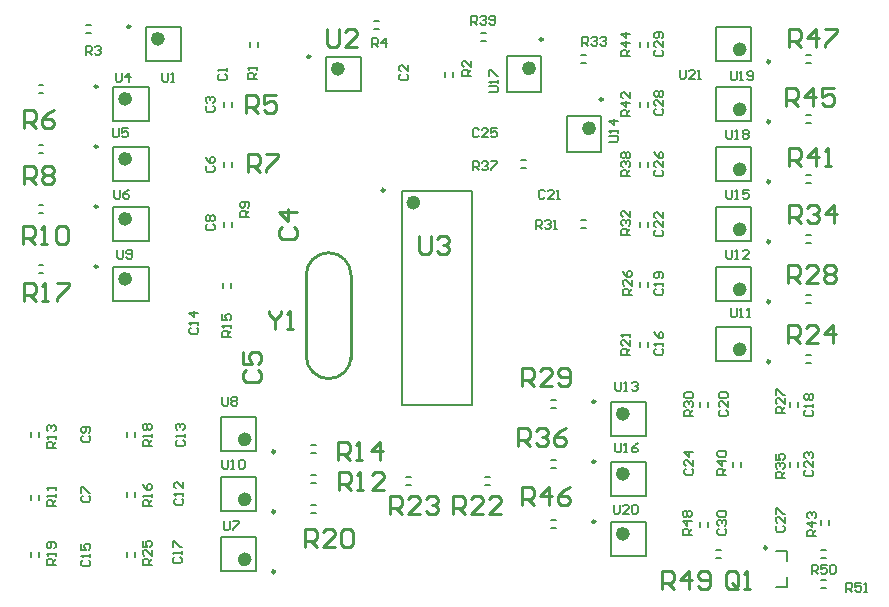
<source format=gto>
G04 Layer_Color=65535*
%FSLAX25Y25*%
%MOIN*%
G70*
G01*
G75*
%ADD18C,0.01000*%
%ADD25C,0.00984*%
%ADD26C,0.02362*%
%ADD27C,0.00787*%
%ADD28C,0.00600*%
%ADD29C,0.00500*%
D18*
X109520Y80980D02*
G03*
X117000Y73500I7480J0D01*
G01*
X124461Y108000D02*
G03*
X116980Y115480I-7480J0D01*
G01*
D02*
G03*
X109500Y108000I0J-7480D01*
G01*
X117000Y73500D02*
G03*
X124480Y80980I0J7480D01*
G01*
X124461Y80000D02*
Y108000D01*
X109500Y80000D02*
Y108000D01*
X270000Y85500D02*
Y91498D01*
X272999D01*
X273999Y90498D01*
Y88499D01*
X272999Y87499D01*
X270000D01*
X271999D02*
X273999Y85500D01*
X279997D02*
X275998D01*
X279997Y89499D01*
Y90498D01*
X278997Y91498D01*
X276998D01*
X275998Y90498D01*
X284995Y85500D02*
Y91498D01*
X281996Y88499D01*
X285995D01*
X270500Y184000D02*
Y189998D01*
X273499D01*
X274499Y188998D01*
Y186999D01*
X273499Y185999D01*
X270500D01*
X272499D02*
X274499Y184000D01*
X279497D02*
Y189998D01*
X276498Y186999D01*
X280497D01*
X282496Y189998D02*
X286495D01*
Y188998D01*
X282496Y185000D01*
Y184000D01*
X269500Y164500D02*
Y170498D01*
X272499D01*
X273499Y169498D01*
Y167499D01*
X272499Y166499D01*
X269500D01*
X271499D02*
X273499Y164500D01*
X278497D02*
Y170498D01*
X275498Y167499D01*
X279497D01*
X285495Y170498D02*
X281496D01*
Y167499D01*
X283495Y168499D01*
X284495D01*
X285495Y167499D01*
Y165500D01*
X284495Y164500D01*
X282496D01*
X281496Y165500D01*
X270500Y144500D02*
Y150498D01*
X273499D01*
X274499Y149498D01*
Y147499D01*
X273499Y146499D01*
X270500D01*
X272499D02*
X274499Y144500D01*
X279497D02*
Y150498D01*
X276498Y147499D01*
X280497D01*
X282496Y144500D02*
X284495D01*
X283496D01*
Y150498D01*
X282496Y149498D01*
X270500Y125500D02*
Y131498D01*
X273499D01*
X274499Y130498D01*
Y128499D01*
X273499Y127499D01*
X270500D01*
X272499D02*
X274499Y125500D01*
X276498Y130498D02*
X277498Y131498D01*
X279497D01*
X280497Y130498D01*
Y129499D01*
X279497Y128499D01*
X278497D01*
X279497D01*
X280497Y127499D01*
Y126500D01*
X279497Y125500D01*
X277498D01*
X276498Y126500D01*
X285495Y125500D02*
Y131498D01*
X282496Y128499D01*
X286495D01*
X270000Y105500D02*
Y111498D01*
X272999D01*
X273999Y110498D01*
Y108499D01*
X272999Y107499D01*
X270000D01*
X271999D02*
X273999Y105500D01*
X279997D02*
X275998D01*
X279997Y109499D01*
Y110498D01*
X278997Y111498D01*
X276998D01*
X275998Y110498D01*
X281996D02*
X282996Y111498D01*
X284995D01*
X285995Y110498D01*
Y109499D01*
X284995Y108499D01*
X285995Y107499D01*
Y106500D01*
X284995Y105500D01*
X282996D01*
X281996Y106500D01*
Y107499D01*
X282996Y108499D01*
X281996Y109499D01*
Y110498D01*
X282996Y108499D02*
X284995D01*
X253499Y4500D02*
Y8498D01*
X252499Y9498D01*
X250500D01*
X249500Y8498D01*
Y4500D01*
X250500Y3500D01*
X252499D01*
X251499Y5499D02*
X253499Y3500D01*
X252499D02*
X253499Y4500D01*
X255498Y3500D02*
X257497D01*
X256498D01*
Y9498D01*
X255498Y8498D01*
X228000Y3500D02*
Y9498D01*
X230999D01*
X231999Y8498D01*
Y6499D01*
X230999Y5499D01*
X228000D01*
X229999D02*
X231999Y3500D01*
X236997D02*
Y9498D01*
X233998Y6499D01*
X237997D01*
X239996Y4500D02*
X240996Y3500D01*
X242995D01*
X243995Y4500D01*
Y8498D01*
X242995Y9498D01*
X240996D01*
X239996Y8498D01*
Y7499D01*
X240996Y6499D01*
X243995D01*
X180000Y51000D02*
Y56998D01*
X182999D01*
X183999Y55998D01*
Y53999D01*
X182999Y52999D01*
X180000D01*
X181999D02*
X183999Y51000D01*
X185998Y55998D02*
X186998Y56998D01*
X188997D01*
X189997Y55998D01*
Y54999D01*
X188997Y53999D01*
X187997D01*
X188997D01*
X189997Y52999D01*
Y52000D01*
X188997Y51000D01*
X186998D01*
X185998Y52000D01*
X195995Y56998D02*
X193995Y55998D01*
X191996Y53999D01*
Y52000D01*
X192996Y51000D01*
X194995D01*
X195995Y52000D01*
Y52999D01*
X194995Y53999D01*
X191996D01*
X181500Y71000D02*
Y76998D01*
X184499D01*
X185499Y75998D01*
Y73999D01*
X184499Y72999D01*
X181500D01*
X183499D02*
X185499Y71000D01*
X191497D02*
X187498D01*
X191497Y74999D01*
Y75998D01*
X190497Y76998D01*
X188498D01*
X187498Y75998D01*
X193496Y72000D02*
X194496Y71000D01*
X196495D01*
X197495Y72000D01*
Y75998D01*
X196495Y76998D01*
X194496D01*
X193496Y75998D01*
Y74999D01*
X194496Y73999D01*
X197495D01*
X90000Y142500D02*
Y148498D01*
X92999D01*
X93999Y147498D01*
Y145499D01*
X92999Y144499D01*
X90000D01*
X91999D02*
X93999Y142500D01*
X95998Y148498D02*
X99997D01*
Y147498D01*
X95998Y143500D01*
Y142500D01*
X89500Y162000D02*
Y167998D01*
X92499D01*
X93499Y166998D01*
Y164999D01*
X92499Y163999D01*
X89500D01*
X91499D02*
X93499Y162000D01*
X99497Y167998D02*
X95498D01*
Y164999D01*
X97497Y165999D01*
X98497D01*
X99497Y164999D01*
Y163000D01*
X98497Y162000D01*
X96498D01*
X95498Y163000D01*
X116500Y189998D02*
Y185000D01*
X117500Y184000D01*
X119499D01*
X120499Y185000D01*
Y189998D01*
X126497Y184000D02*
X122498D01*
X126497Y187999D01*
Y188998D01*
X125497Y189998D01*
X123498D01*
X122498Y188998D01*
X15500Y157000D02*
Y162998D01*
X18499D01*
X19499Y161998D01*
Y159999D01*
X18499Y158999D01*
X15500D01*
X17499D02*
X19499Y157000D01*
X25497Y162998D02*
X23497Y161998D01*
X21498Y159999D01*
Y158000D01*
X22498Y157000D01*
X24497D01*
X25497Y158000D01*
Y158999D01*
X24497Y159999D01*
X21498D01*
X15500Y138500D02*
Y144498D01*
X18499D01*
X19499Y143498D01*
Y141499D01*
X18499Y140499D01*
X15500D01*
X17499D02*
X19499Y138500D01*
X21498Y143498D02*
X22498Y144498D01*
X24497D01*
X25497Y143498D01*
Y142499D01*
X24497Y141499D01*
X25497Y140499D01*
Y139500D01*
X24497Y138500D01*
X22498D01*
X21498Y139500D01*
Y140499D01*
X22498Y141499D01*
X21498Y142499D01*
Y143498D01*
X22498Y141499D02*
X24497D01*
X120000Y46500D02*
Y52498D01*
X122999D01*
X123999Y51498D01*
Y49499D01*
X122999Y48499D01*
X120000D01*
X121999D02*
X123999Y46500D01*
X125998D02*
X127997D01*
X126998D01*
Y52498D01*
X125998Y51498D01*
X133995Y46500D02*
Y52498D01*
X130996Y49499D01*
X134995D01*
X120500Y36500D02*
Y42498D01*
X123499D01*
X124499Y41498D01*
Y39499D01*
X123499Y38499D01*
X120500D01*
X122499D02*
X124499Y36500D01*
X126498D02*
X128497D01*
X127498D01*
Y42498D01*
X126498Y41498D01*
X135495Y36500D02*
X131496D01*
X135495Y40499D01*
Y41498D01*
X134495Y42498D01*
X132496D01*
X131496Y41498D01*
X109000Y17500D02*
Y23498D01*
X111999D01*
X112999Y22498D01*
Y20499D01*
X111999Y19499D01*
X109000D01*
X110999D02*
X112999Y17500D01*
X118997D02*
X114998D01*
X118997Y21499D01*
Y22498D01*
X117997Y23498D01*
X115998D01*
X114998Y22498D01*
X120996D02*
X121996Y23498D01*
X123995D01*
X124995Y22498D01*
Y18500D01*
X123995Y17500D01*
X121996D01*
X120996Y18500D01*
Y22498D01*
X137500Y28500D02*
Y34498D01*
X140499D01*
X141499Y33498D01*
Y31499D01*
X140499Y30499D01*
X137500D01*
X139499D02*
X141499Y28500D01*
X147497D02*
X143498D01*
X147497Y32499D01*
Y33498D01*
X146497Y34498D01*
X144498D01*
X143498Y33498D01*
X149496D02*
X150496Y34498D01*
X152495D01*
X153495Y33498D01*
Y32499D01*
X152495Y31499D01*
X151496D01*
X152495D01*
X153495Y30499D01*
Y29500D01*
X152495Y28500D01*
X150496D01*
X149496Y29500D01*
X158500Y28500D02*
Y34498D01*
X161499D01*
X162499Y33498D01*
Y31499D01*
X161499Y30499D01*
X158500D01*
X160499D02*
X162499Y28500D01*
X168497D02*
X164498D01*
X168497Y32499D01*
Y33498D01*
X167497Y34498D01*
X165498D01*
X164498Y33498D01*
X174495Y28500D02*
X170496D01*
X174495Y32499D01*
Y33498D01*
X173495Y34498D01*
X171496D01*
X170496Y33498D01*
X181500Y31500D02*
Y37498D01*
X184499D01*
X185499Y36498D01*
Y34499D01*
X184499Y33499D01*
X181500D01*
X183499D02*
X185499Y31500D01*
X190497D02*
Y37498D01*
X187498Y34499D01*
X191497D01*
X197495Y37498D02*
X195495Y36498D01*
X193496Y34499D01*
Y32500D01*
X194496Y31500D01*
X196495D01*
X197495Y32500D01*
Y33499D01*
X196495Y34499D01*
X193496D01*
X101502Y123999D02*
X100502Y122999D01*
Y121000D01*
X101502Y120000D01*
X105500D01*
X106500Y121000D01*
Y122999D01*
X105500Y123999D01*
X106500Y128997D02*
X100502D01*
X103501Y125998D01*
Y129997D01*
X89502Y76499D02*
X88502Y75499D01*
Y73500D01*
X89502Y72500D01*
X93500D01*
X94500Y73500D01*
Y75499D01*
X93500Y76499D01*
X88502Y82497D02*
Y78498D01*
X91501D01*
X90501Y80497D01*
Y81497D01*
X91501Y82497D01*
X93500D01*
X94500Y81497D01*
Y79498D01*
X93500Y78498D01*
X15000Y118500D02*
Y124498D01*
X17999D01*
X18999Y123498D01*
Y121499D01*
X17999Y120499D01*
X15000D01*
X16999D02*
X18999Y118500D01*
X20998D02*
X22997D01*
X21998D01*
Y124498D01*
X20998Y123498D01*
X25996D02*
X26996Y124498D01*
X28995D01*
X29995Y123498D01*
Y119500D01*
X28995Y118500D01*
X26996D01*
X25996Y119500D01*
Y123498D01*
X15500Y99500D02*
Y105498D01*
X18499D01*
X19499Y104498D01*
Y102499D01*
X18499Y101499D01*
X15500D01*
X17499D02*
X19499Y99500D01*
X21498D02*
X23497D01*
X22498D01*
Y105498D01*
X21498Y104498D01*
X26496Y105498D02*
X30495D01*
Y104498D01*
X26496Y100500D01*
Y99500D01*
X147000Y120998D02*
Y116000D01*
X148000Y115000D01*
X149999D01*
X150999Y116000D01*
Y120998D01*
X152998Y119998D02*
X153998Y120998D01*
X155997D01*
X156997Y119998D01*
Y118999D01*
X155997Y117999D01*
X154997D01*
X155997D01*
X156997Y116999D01*
Y116000D01*
X155997Y115000D01*
X153998D01*
X152998Y116000D01*
X97000Y95998D02*
Y94998D01*
X98999Y92999D01*
X100999Y94998D01*
Y95998D01*
X98999Y92999D02*
Y90000D01*
X102998D02*
X104997D01*
X103998D01*
Y95998D01*
X102998Y94998D01*
D25*
X208339Y166614D02*
G03*
X208339Y166614I-492J0D01*
G01*
X264106Y79154D02*
G03*
X264106Y79154I-492J0D01*
G01*
Y99154D02*
G03*
X264106Y99154I-492J0D01*
G01*
Y119153D02*
G03*
X264106Y119153I-492J0D01*
G01*
Y139154D02*
G03*
X264106Y139154I-492J0D01*
G01*
Y159153D02*
G03*
X264106Y159153I-492J0D01*
G01*
Y179154D02*
G03*
X264106Y179154I-492J0D01*
G01*
X263063Y17087D02*
G03*
X263063Y17087I-492J0D01*
G01*
X205878Y25846D02*
G03*
X205878Y25846I-492J0D01*
G01*
Y45847D02*
G03*
X205878Y45847I-492J0D01*
G01*
Y65847D02*
G03*
X205878Y65847I-492J0D01*
G01*
X39972Y170846D02*
G03*
X39972Y170846I-492J0D01*
G01*
Y150847D02*
G03*
X39972Y150847I-492J0D01*
G01*
Y130847D02*
G03*
X39972Y130847I-492J0D01*
G01*
X110878Y180847D02*
G03*
X110878Y180847I-492J0D01*
G01*
X50878Y190847D02*
G03*
X50878Y190847I-492J0D01*
G01*
X99106Y9154D02*
G03*
X99106Y9154I-492J0D01*
G01*
X188339Y186614D02*
G03*
X188339Y186614I-492J0D01*
G01*
X39972Y110846D02*
G03*
X39972Y110846I-492J0D01*
G01*
X99106Y49154D02*
G03*
X99106Y49154I-492J0D01*
G01*
Y29153D02*
G03*
X99106Y29153I-492J0D01*
G01*
X135676Y136346D02*
G03*
X135676Y136346I-492J0D01*
G01*
D26*
X204953Y156968D02*
G03*
X204953Y156968I-1181J0D01*
G01*
X255150Y83228D02*
G03*
X255150Y83228I-1181J0D01*
G01*
Y103228D02*
G03*
X255150Y103228I-1181J0D01*
G01*
Y123228D02*
G03*
X255150Y123228I-1181J0D01*
G01*
Y143228D02*
G03*
X255150Y143228I-1181J0D01*
G01*
Y163228D02*
G03*
X255150Y163228I-1181J0D01*
G01*
Y183228D02*
G03*
X255150Y183228I-1181J0D01*
G01*
X216213Y21772D02*
G03*
X216213Y21772I-1181J0D01*
G01*
Y41772D02*
G03*
X216213Y41772I-1181J0D01*
G01*
Y61772D02*
G03*
X216213Y61772I-1181J0D01*
G01*
X50307Y166772D02*
G03*
X50307Y166772I-1181J0D01*
G01*
Y146772D02*
G03*
X50307Y146772I-1181J0D01*
G01*
Y126772D02*
G03*
X50307Y126772I-1181J0D01*
G01*
X121213Y176772D02*
G03*
X121213Y176772I-1181J0D01*
G01*
X61213Y186772D02*
G03*
X61213Y186772I-1181J0D01*
G01*
X90150Y13228D02*
G03*
X90150Y13228I-1181J0D01*
G01*
X184953Y176969D02*
G03*
X184953Y176969I-1181J0D01*
G01*
X50307Y106772D02*
G03*
X50307Y106772I-1181J0D01*
G01*
X90150Y53228D02*
G03*
X90150Y53228I-1181J0D01*
G01*
Y33228D02*
G03*
X90150Y33228I-1181J0D01*
G01*
X146404Y132193D02*
G03*
X146404Y132193I-1181J0D01*
G01*
D27*
X167713Y188878D02*
X169287D01*
X167713Y186122D02*
X169287D01*
X36213Y191378D02*
X37787D01*
X36213Y188622D02*
X37787D01*
X132213Y192878D02*
X133787D01*
X132213Y190122D02*
X133787D01*
X201213Y181378D02*
X202787D01*
X201213Y178622D02*
X202787D01*
X196291Y160906D02*
X207709D01*
X196291Y149094D02*
X207709D01*
Y160906D01*
X196291Y149094D02*
Y160906D01*
X220622Y124213D02*
Y125787D01*
X223378Y124213D02*
Y125787D01*
X181213Y143622D02*
X182787D01*
X181213Y146378D02*
X182787D01*
X276213Y78622D02*
X277787D01*
X276213Y81378D02*
X277787D01*
X276213Y178622D02*
X277787D01*
X276213Y181378D02*
X277787D01*
X276213Y158622D02*
X277787D01*
X276213Y161378D02*
X277787D01*
X276213Y138622D02*
X277787D01*
X276213Y141378D02*
X277787D01*
X276213Y118622D02*
X277787D01*
X276213Y121378D02*
X277787D01*
X276213Y98622D02*
X277787D01*
X276213Y101378D02*
X277787D01*
X257906Y79291D02*
Y90709D01*
X246094Y79291D02*
Y90709D01*
Y79291D02*
X257906D01*
X246094Y90709D02*
X257906D01*
Y99291D02*
Y110709D01*
X246094Y99291D02*
Y110709D01*
Y99291D02*
X257906D01*
X246094Y110709D02*
X257906D01*
Y119291D02*
Y130709D01*
X246094Y119291D02*
Y130709D01*
Y119291D02*
X257906D01*
X246094Y130709D02*
X257906D01*
Y139291D02*
Y150709D01*
X246094Y139291D02*
Y150709D01*
Y139291D02*
X257906D01*
X246094Y150709D02*
X257906D01*
Y159291D02*
Y170709D01*
X246094Y159291D02*
Y170709D01*
Y159291D02*
X257906D01*
X246094Y170709D02*
X257906D01*
Y179291D02*
Y190709D01*
X246094Y179291D02*
Y190709D01*
Y179291D02*
X257906D01*
X246094Y190709D02*
X257906D01*
X220622Y184213D02*
Y185787D01*
X223378Y184213D02*
Y185787D01*
X220622Y164213D02*
Y165787D01*
X223378Y164213D02*
Y165787D01*
X220622Y144213D02*
Y145787D01*
X223378Y144213D02*
Y145787D01*
X201213Y123622D02*
X202787D01*
X201213Y126378D02*
X202787D01*
X220622Y84213D02*
Y85787D01*
X223378Y84213D02*
Y85787D01*
X220622Y104213D02*
Y105787D01*
X223378Y104213D02*
Y105787D01*
X281213Y6378D02*
X282787D01*
X281213Y3622D02*
X282787D01*
X281213Y13622D02*
X282787D01*
X281213Y16378D02*
X282787D01*
X266213Y15906D02*
X269756D01*
Y12756D02*
Y15906D01*
X266213Y4094D02*
X269756D01*
Y7244D01*
X273378Y64213D02*
Y65787D01*
X270622Y64213D02*
Y65787D01*
X240622Y64213D02*
Y65787D01*
X243378Y64213D02*
Y65787D01*
X251622Y44213D02*
Y45787D01*
X254378Y44213D02*
Y45787D01*
X246213Y16378D02*
X247787D01*
X246213Y13622D02*
X247787D01*
X211094Y14291D02*
Y25709D01*
X222906Y14291D02*
Y25709D01*
X211094D02*
X222906D01*
X211094Y14291D02*
X222906D01*
X211094Y34291D02*
Y45709D01*
X222906Y34291D02*
Y45709D01*
X211094D02*
X222906D01*
X211094Y34291D02*
X222906D01*
X211094Y54291D02*
Y65709D01*
X222906Y54291D02*
Y65709D01*
X211094D02*
X222906D01*
X211094Y54291D02*
X222906D01*
X191213Y43622D02*
X192787D01*
X191213Y46378D02*
X192787D01*
X191213Y63622D02*
X192787D01*
X191213Y66378D02*
X192787D01*
X45189Y159291D02*
Y170709D01*
X57000Y159291D02*
Y170709D01*
X45189D02*
X57000D01*
X45189Y159291D02*
X57000D01*
X45189Y139291D02*
Y150709D01*
X57000Y139291D02*
Y150709D01*
X45189D02*
X57000D01*
X45189Y139291D02*
X57000D01*
X45189Y119291D02*
Y130709D01*
X57000Y119291D02*
Y130709D01*
X45189D02*
X57000D01*
X45189Y119291D02*
X57000D01*
X84878Y124213D02*
Y125787D01*
X82122Y124213D02*
Y125787D01*
X84878Y144213D02*
Y145787D01*
X82122Y144213D02*
Y145787D01*
X84878Y164213D02*
Y165787D01*
X82122Y164213D02*
Y165787D01*
X93378Y184213D02*
Y185787D01*
X90622Y184213D02*
Y185787D01*
X158378Y174213D02*
Y175787D01*
X155622Y174213D02*
Y175787D01*
X116094Y169291D02*
Y180709D01*
X127906Y169291D02*
Y180709D01*
X116094D02*
X127906D01*
X116094Y169291D02*
X127906D01*
X56094Y179291D02*
Y190709D01*
X67906Y179291D02*
Y190709D01*
X56094D02*
X67906D01*
X56094Y179291D02*
X67906D01*
X20307Y171378D02*
X21882D01*
X20307Y168622D02*
X21882D01*
X20307Y151378D02*
X21882D01*
X20307Y148622D02*
X21882D01*
X92906Y9291D02*
Y20709D01*
X81094Y9291D02*
Y20709D01*
Y9291D02*
X92906D01*
X81094Y20709D02*
X92906D01*
X111213Y51378D02*
X112787D01*
X111213Y48622D02*
X112787D01*
X111213Y41378D02*
X112787D01*
X111213Y38622D02*
X112787D01*
X111213Y31378D02*
X112787D01*
X111213Y28622D02*
X112787D01*
X142713Y38122D02*
X144287D01*
X142713Y40878D02*
X144287D01*
X169213D02*
X170787D01*
X169213Y38122D02*
X170787D01*
X191213Y26378D02*
X192787D01*
X191213Y23622D02*
X192787D01*
X176291Y180906D02*
X187709D01*
X176291Y169094D02*
X187709D01*
Y180906D01*
X176291Y169094D02*
Y180906D01*
X17622Y33213D02*
Y34787D01*
X20378Y33213D02*
Y34787D01*
X17622Y54213D02*
Y55787D01*
X20378Y54213D02*
Y55787D01*
X273378Y44213D02*
Y45787D01*
X270622Y44213D02*
Y45787D01*
X283878Y24713D02*
Y26287D01*
X281122Y24713D02*
Y26287D01*
X45189Y99291D02*
Y110709D01*
X57000Y99291D02*
Y110709D01*
X45189D02*
X57000D01*
X45189Y99291D02*
X57000D01*
X92906Y49291D02*
Y60709D01*
X81094Y49291D02*
Y60709D01*
Y49291D02*
X92906D01*
X81094Y60709D02*
X92906D01*
X49622Y54213D02*
Y55787D01*
X52378Y54213D02*
Y55787D01*
X92906Y29291D02*
Y40709D01*
X81094Y29291D02*
Y40709D01*
Y29291D02*
X92906D01*
X81094Y40709D02*
X92906D01*
X240622Y24213D02*
Y25787D01*
X243378Y24213D02*
Y25787D01*
X141286Y64870D02*
Y136130D01*
X164908Y64870D02*
Y136130D01*
X141286D02*
X164908D01*
X141286Y64870D02*
X164908D01*
X84378Y103713D02*
Y105287D01*
X81622Y103713D02*
Y105287D01*
X20307Y111378D02*
X21882D01*
X20307Y108622D02*
X21882D01*
X20307Y131378D02*
X21882D01*
X20307Y128622D02*
X21882D01*
X17622Y14213D02*
Y15787D01*
X20378Y14213D02*
Y15787D01*
X49622Y14213D02*
Y15787D01*
X52378Y14213D02*
Y15787D01*
X49622Y34213D02*
Y35787D01*
X52378Y34213D02*
Y35787D01*
D28*
X141001Y174999D02*
X140501Y174499D01*
Y173500D01*
X141001Y173000D01*
X143000D01*
X143500Y173500D01*
Y174499D01*
X143000Y174999D01*
X143500Y177998D02*
Y175999D01*
X141501Y177998D01*
X141001D01*
X140501Y177499D01*
Y176499D01*
X141001Y175999D01*
X164500Y191500D02*
Y194499D01*
X165999D01*
X166499Y193999D01*
Y192999D01*
X165999Y192500D01*
X164500D01*
X165500D02*
X166499Y191500D01*
X167499Y193999D02*
X167999Y194499D01*
X168999D01*
X169498Y193999D01*
Y193499D01*
X168999Y192999D01*
X168499D01*
X168999D01*
X169498Y192500D01*
Y192000D01*
X168999Y191500D01*
X167999D01*
X167499Y192000D01*
X170498D02*
X170998Y191500D01*
X171998D01*
X172497Y192000D01*
Y193999D01*
X171998Y194499D01*
X170998D01*
X170498Y193999D01*
Y193499D01*
X170998Y192999D01*
X172497D01*
X36000Y181500D02*
Y184499D01*
X37499D01*
X37999Y183999D01*
Y183000D01*
X37499Y182500D01*
X36000D01*
X37000D02*
X37999Y181500D01*
X38999Y183999D02*
X39499Y184499D01*
X40499D01*
X40998Y183999D01*
Y183499D01*
X40499Y183000D01*
X39999D01*
X40499D01*
X40998Y182500D01*
Y182000D01*
X40499Y181500D01*
X39499D01*
X38999Y182000D01*
X131500Y184000D02*
Y186999D01*
X133000D01*
X133499Y186499D01*
Y185500D01*
X133000Y185000D01*
X131500D01*
X132500D02*
X133499Y184000D01*
X135999D02*
Y186999D01*
X134499Y185500D01*
X136498D01*
X201500Y184500D02*
Y187499D01*
X202999D01*
X203499Y186999D01*
Y186000D01*
X202999Y185500D01*
X201500D01*
X202500D02*
X203499Y184500D01*
X204499Y186999D02*
X204999Y187499D01*
X205998D01*
X206498Y186999D01*
Y186499D01*
X205998Y186000D01*
X205499D01*
X205998D01*
X206498Y185500D01*
Y185000D01*
X205998Y184500D01*
X204999D01*
X204499Y185000D01*
X207498Y186999D02*
X207998Y187499D01*
X208998D01*
X209497Y186999D01*
Y186499D01*
X208998Y186000D01*
X208498D01*
X208998D01*
X209497Y185500D01*
Y185000D01*
X208998Y184500D01*
X207998D01*
X207498Y185000D01*
X210501Y152500D02*
X213000D01*
X213500Y153000D01*
Y153999D01*
X213000Y154499D01*
X210501D01*
X213500Y155499D02*
Y156499D01*
Y155999D01*
X210501D01*
X211001Y155499D01*
X213500Y159498D02*
X210501D01*
X212000Y157998D01*
Y159998D01*
X226001Y122999D02*
X225501Y122500D01*
Y121500D01*
X226001Y121000D01*
X228000D01*
X228500Y121500D01*
Y122500D01*
X228000Y122999D01*
X228500Y125998D02*
Y123999D01*
X226501Y125998D01*
X226001D01*
X225501Y125499D01*
Y124499D01*
X226001Y123999D01*
X228500Y128997D02*
Y126998D01*
X226501Y128997D01*
X226001D01*
X225501Y128498D01*
Y127498D01*
X226001Y126998D01*
Y142999D02*
X225501Y142499D01*
Y141500D01*
X226001Y141000D01*
X228000D01*
X228500Y141500D01*
Y142499D01*
X228000Y142999D01*
X228500Y145998D02*
Y143999D01*
X226501Y145998D01*
X226001D01*
X225501Y145499D01*
Y144499D01*
X226001Y143999D01*
X225501Y148997D02*
X226001Y147998D01*
X227000Y146998D01*
X228000D01*
X228500Y147498D01*
Y148498D01*
X228000Y148997D01*
X227500D01*
X227000Y148498D01*
Y146998D01*
X226001Y163499D02*
X225501Y162999D01*
Y162000D01*
X226001Y161500D01*
X228000D01*
X228500Y162000D01*
Y162999D01*
X228000Y163499D01*
X228500Y166498D02*
Y164499D01*
X226501Y166498D01*
X226001D01*
X225501Y165999D01*
Y164999D01*
X226001Y164499D01*
Y167498D02*
X225501Y167998D01*
Y168998D01*
X226001Y169497D01*
X226501D01*
X227000Y168998D01*
X227500Y169497D01*
X228000D01*
X228500Y168998D01*
Y167998D01*
X228000Y167498D01*
X227500D01*
X227000Y167998D01*
X226501Y167498D01*
X226001D01*
X227000Y167998D02*
Y168998D01*
X217500Y121500D02*
X214501D01*
Y123000D01*
X215001Y123499D01*
X216001D01*
X216500Y123000D01*
Y121500D01*
Y122500D02*
X217500Y123499D01*
X215001Y124499D02*
X214501Y124999D01*
Y125999D01*
X215001Y126498D01*
X215501D01*
X216001Y125999D01*
Y125499D01*
Y125999D01*
X216500Y126498D01*
X217000D01*
X217500Y125999D01*
Y124999D01*
X217000Y124499D01*
X217500Y129497D02*
Y127498D01*
X215501Y129497D01*
X215001D01*
X214501Y128998D01*
Y127998D01*
X215001Y127498D01*
X165000Y143000D02*
Y145999D01*
X166499D01*
X166999Y145499D01*
Y144500D01*
X166499Y144000D01*
X165000D01*
X166000D02*
X166999Y143000D01*
X167999Y145499D02*
X168499Y145999D01*
X169499D01*
X169998Y145499D01*
Y144999D01*
X169499Y144500D01*
X168999D01*
X169499D01*
X169998Y144000D01*
Y143500D01*
X169499Y143000D01*
X168499D01*
X167999Y143500D01*
X170998Y145999D02*
X172997D01*
Y145499D01*
X170998Y143500D01*
Y143000D01*
X166999Y156499D02*
X166499Y156999D01*
X165500D01*
X165000Y156499D01*
Y154500D01*
X165500Y154000D01*
X166499D01*
X166999Y154500D01*
X169998Y154000D02*
X167999D01*
X169998Y155999D01*
Y156499D01*
X169499Y156999D01*
X168499D01*
X167999Y156499D01*
X172997Y156999D02*
X170998D01*
Y155499D01*
X171998Y155999D01*
X172498D01*
X172997Y155499D01*
Y154500D01*
X172498Y154000D01*
X171498D01*
X170998Y154500D01*
X251000Y96999D02*
Y94500D01*
X251500Y94000D01*
X252500D01*
X252999Y94500D01*
Y96999D01*
X253999Y94000D02*
X254999D01*
X254499D01*
Y96999D01*
X253999Y96499D01*
X256498Y94000D02*
X257498D01*
X256998D01*
Y96999D01*
X256498Y96499D01*
X249500Y116499D02*
Y114000D01*
X250000Y113500D01*
X250999D01*
X251499Y114000D01*
Y116499D01*
X252499Y113500D02*
X253499D01*
X252999D01*
Y116499D01*
X252499Y115999D01*
X256998Y113500D02*
X254998D01*
X256998Y115499D01*
Y115999D01*
X256498Y116499D01*
X255498D01*
X254998Y115999D01*
X249500Y136499D02*
Y134000D01*
X250000Y133500D01*
X250999D01*
X251499Y134000D01*
Y136499D01*
X252499Y133500D02*
X253499D01*
X252999D01*
Y136499D01*
X252499Y135999D01*
X256998Y136499D02*
X254998D01*
Y135000D01*
X255998Y135499D01*
X256498D01*
X256998Y135000D01*
Y134000D01*
X256498Y133500D01*
X255498D01*
X254998Y134000D01*
X249500Y156499D02*
Y154000D01*
X250000Y153500D01*
X250999D01*
X251499Y154000D01*
Y156499D01*
X252499Y153500D02*
X253499D01*
X252999D01*
Y156499D01*
X252499Y155999D01*
X254998D02*
X255498Y156499D01*
X256498D01*
X256998Y155999D01*
Y155499D01*
X256498Y154999D01*
X256998Y154500D01*
Y154000D01*
X256498Y153500D01*
X255498D01*
X254998Y154000D01*
Y154500D01*
X255498Y154999D01*
X254998Y155499D01*
Y155999D01*
X255498Y154999D02*
X256498D01*
X251000Y175999D02*
Y173500D01*
X251500Y173000D01*
X252500D01*
X252999Y173500D01*
Y175999D01*
X253999Y173000D02*
X254999D01*
X254499D01*
Y175999D01*
X253999Y175499D01*
X256498Y173500D02*
X256998Y173000D01*
X257998D01*
X258498Y173500D01*
Y175499D01*
X257998Y175999D01*
X256998D01*
X256498Y175499D01*
Y174999D01*
X256998Y174499D01*
X258498D01*
X234000Y176499D02*
Y174000D01*
X234500Y173500D01*
X235500D01*
X235999Y174000D01*
Y176499D01*
X238998Y173500D02*
X236999D01*
X238998Y175499D01*
Y175999D01*
X238498Y176499D01*
X237499D01*
X236999Y175999D01*
X239998Y173500D02*
X240998D01*
X240498D01*
Y176499D01*
X239998Y175999D01*
X217500Y161000D02*
X214501D01*
Y162499D01*
X215001Y162999D01*
X216001D01*
X216500Y162499D01*
Y161000D01*
Y162000D02*
X217500Y162999D01*
Y165499D02*
X214501D01*
X216001Y163999D01*
Y165998D01*
X217500Y168997D02*
Y166998D01*
X215501Y168997D01*
X215001D01*
X214501Y168498D01*
Y167498D01*
X215001Y166998D01*
X217500Y141000D02*
X214501D01*
Y142499D01*
X215001Y142999D01*
X216001D01*
X216500Y142499D01*
Y141000D01*
Y142000D02*
X217500Y142999D01*
X215001Y143999D02*
X214501Y144499D01*
Y145499D01*
X215001Y145998D01*
X215501D01*
X216001Y145499D01*
Y144999D01*
Y145499D01*
X216500Y145998D01*
X217000D01*
X217500Y145499D01*
Y144499D01*
X217000Y143999D01*
X215001Y146998D02*
X214501Y147498D01*
Y148498D01*
X215001Y148997D01*
X215501D01*
X216001Y148498D01*
X216500Y148997D01*
X217000D01*
X217500Y148498D01*
Y147498D01*
X217000Y146998D01*
X216500D01*
X216001Y147498D01*
X215501Y146998D01*
X215001D01*
X216001Y147498D02*
Y148498D01*
X188999Y135999D02*
X188499Y136499D01*
X187500D01*
X187000Y135999D01*
Y134000D01*
X187500Y133500D01*
X188499D01*
X188999Y134000D01*
X191998Y133500D02*
X189999D01*
X191998Y135499D01*
Y135999D01*
X191499Y136499D01*
X190499D01*
X189999Y135999D01*
X192998Y133500D02*
X193998D01*
X193498D01*
Y136499D01*
X192998Y135999D01*
X186000Y123500D02*
Y126499D01*
X187499D01*
X187999Y125999D01*
Y124999D01*
X187499Y124500D01*
X186000D01*
X187000D02*
X187999Y123500D01*
X188999Y125999D02*
X189499Y126499D01*
X190499D01*
X190998Y125999D01*
Y125499D01*
X190499Y124999D01*
X189999D01*
X190499D01*
X190998Y124500D01*
Y124000D01*
X190499Y123500D01*
X189499D01*
X188999Y124000D01*
X191998Y123500D02*
X192998D01*
X192498D01*
Y126499D01*
X191998Y125999D01*
X226001Y83499D02*
X225501Y82999D01*
Y82000D01*
X226001Y81500D01*
X228000D01*
X228500Y82000D01*
Y82999D01*
X228000Y83499D01*
X228500Y84499D02*
Y85499D01*
Y84999D01*
X225501D01*
X226001Y84499D01*
X225501Y88998D02*
X226001Y87998D01*
X227000Y86998D01*
X228000D01*
X228500Y87498D01*
Y88498D01*
X228000Y88998D01*
X227500D01*
X227000Y88498D01*
Y86998D01*
X217500Y81500D02*
X214501D01*
Y82999D01*
X215001Y83499D01*
X216001D01*
X216500Y82999D01*
Y81500D01*
Y82500D02*
X217500Y83499D01*
Y86498D02*
Y84499D01*
X215501Y86498D01*
X215001D01*
X214501Y85999D01*
Y84999D01*
X215001Y84499D01*
X217500Y87498D02*
Y88498D01*
Y87998D01*
X214501D01*
X215001Y87498D01*
X226001Y103499D02*
X225501Y102999D01*
Y102000D01*
X226001Y101500D01*
X228000D01*
X228500Y102000D01*
Y102999D01*
X228000Y103499D01*
X228500Y104499D02*
Y105499D01*
Y104999D01*
X225501D01*
X226001Y104499D01*
X228000Y106998D02*
X228500Y107498D01*
Y108498D01*
X228000Y108998D01*
X226001D01*
X225501Y108498D01*
Y107498D01*
X226001Y106998D01*
X226501D01*
X227000Y107498D01*
Y108998D01*
X218000Y101500D02*
X215001D01*
Y102999D01*
X215501Y103499D01*
X216500D01*
X217000Y102999D01*
Y101500D01*
Y102500D02*
X218000Y103499D01*
Y106498D02*
Y104499D01*
X216001Y106498D01*
X215501D01*
X215001Y105999D01*
Y104999D01*
X215501Y104499D01*
X215001Y109497D02*
X215501Y108498D01*
X216500Y107498D01*
X217500D01*
X218000Y107998D01*
Y108998D01*
X217500Y109497D01*
X217000D01*
X216500Y108998D01*
Y107498D01*
X289500Y2500D02*
Y5499D01*
X291000D01*
X291499Y4999D01*
Y3999D01*
X291000Y3500D01*
X289500D01*
X290500D02*
X291499Y2500D01*
X294498Y5499D02*
X292499D01*
Y3999D01*
X293499Y4499D01*
X293999D01*
X294498Y3999D01*
Y3000D01*
X293999Y2500D01*
X292999D01*
X292499Y3000D01*
X295498Y2500D02*
X296498D01*
X295998D01*
Y5499D01*
X295498Y4999D01*
X278000Y8500D02*
Y11499D01*
X279500D01*
X279999Y10999D01*
Y10000D01*
X279500Y9500D01*
X278000D01*
X279000D02*
X279999Y8500D01*
X282998Y11499D02*
X280999D01*
Y10000D01*
X281999Y10499D01*
X282499D01*
X282998Y10000D01*
Y9000D01*
X282499Y8500D01*
X281499D01*
X280999Y9000D01*
X283998Y10999D02*
X284498Y11499D01*
X285498D01*
X285997Y10999D01*
Y9000D01*
X285498Y8500D01*
X284498D01*
X283998Y9000D01*
Y10999D01*
X276001Y62999D02*
X275501Y62499D01*
Y61500D01*
X276001Y61000D01*
X278000D01*
X278500Y61500D01*
Y62499D01*
X278000Y62999D01*
X278500Y63999D02*
Y64999D01*
Y64499D01*
X275501D01*
X276001Y63999D01*
Y66498D02*
X275501Y66998D01*
Y67998D01*
X276001Y68498D01*
X276501D01*
X277000Y67998D01*
X277500Y68498D01*
X278000D01*
X278500Y67998D01*
Y66998D01*
X278000Y66498D01*
X277500D01*
X277000Y66998D01*
X276501Y66498D01*
X276001D01*
X277000Y66998D02*
Y67998D01*
X269000Y62000D02*
X266001D01*
Y63499D01*
X266501Y63999D01*
X267500D01*
X268000Y63499D01*
Y62000D01*
Y63000D02*
X269000Y63999D01*
Y66998D02*
Y64999D01*
X267001Y66998D01*
X266501D01*
X266001Y66499D01*
Y65499D01*
X266501Y64999D01*
X266001Y67998D02*
Y69997D01*
X266501D01*
X268500Y67998D01*
X269000D01*
X238500Y61000D02*
X235501D01*
Y62499D01*
X236001Y62999D01*
X237000D01*
X237500Y62499D01*
Y61000D01*
Y62000D02*
X238500Y62999D01*
X236001Y63999D02*
X235501Y64499D01*
Y65499D01*
X236001Y65998D01*
X236501D01*
X237000Y65499D01*
Y64999D01*
Y65499D01*
X237500Y65998D01*
X238000D01*
X238500Y65499D01*
Y64499D01*
X238000Y63999D01*
X236001Y66998D02*
X235501Y67498D01*
Y68498D01*
X236001Y68997D01*
X238000D01*
X238500Y68498D01*
Y67498D01*
X238000Y66998D01*
X236001D01*
X249500Y41500D02*
X246501D01*
Y43000D01*
X247001Y43499D01*
X248001D01*
X248500Y43000D01*
Y41500D01*
Y42500D02*
X249500Y43499D01*
Y45999D02*
X246501D01*
X248001Y44499D01*
Y46498D01*
X247001Y47498D02*
X246501Y47998D01*
Y48998D01*
X247001Y49497D01*
X249000D01*
X249500Y48998D01*
Y47998D01*
X249000Y47498D01*
X247001D01*
X236001Y43499D02*
X235501Y43000D01*
Y42000D01*
X236001Y41500D01*
X238000D01*
X238500Y42000D01*
Y43000D01*
X238000Y43499D01*
X238500Y46498D02*
Y44499D01*
X236501Y46498D01*
X236001D01*
X235501Y45999D01*
Y44999D01*
X236001Y44499D01*
X238500Y48998D02*
X235501D01*
X237000Y47498D01*
Y49497D01*
X212000Y31499D02*
Y29000D01*
X212500Y28500D01*
X213499D01*
X213999Y29000D01*
Y31499D01*
X216998Y28500D02*
X214999D01*
X216998Y30499D01*
Y30999D01*
X216498Y31499D01*
X215499D01*
X214999Y30999D01*
X217998D02*
X218498Y31499D01*
X219498D01*
X219997Y30999D01*
Y29000D01*
X219498Y28500D01*
X218498D01*
X217998Y29000D01*
Y30999D01*
X212500Y51999D02*
Y49500D01*
X213000Y49000D01*
X214000D01*
X214499Y49500D01*
Y51999D01*
X215499Y49000D02*
X216499D01*
X215999D01*
Y51999D01*
X215499Y51499D01*
X219998Y51999D02*
X218998Y51499D01*
X217998Y50499D01*
Y49500D01*
X218498Y49000D01*
X219498D01*
X219998Y49500D01*
Y50000D01*
X219498Y50499D01*
X217998D01*
X212500Y72499D02*
Y70000D01*
X213000Y69500D01*
X214000D01*
X214499Y70000D01*
Y72499D01*
X215499Y69500D02*
X216499D01*
X215999D01*
Y72499D01*
X215499Y71999D01*
X217998D02*
X218498Y72499D01*
X219498D01*
X219998Y71999D01*
Y71499D01*
X219498Y70999D01*
X218998D01*
X219498D01*
X219998Y70500D01*
Y70000D01*
X219498Y69500D01*
X218498D01*
X217998Y70000D01*
X46000Y175499D02*
Y173000D01*
X46500Y172500D01*
X47499D01*
X47999Y173000D01*
Y175499D01*
X50499Y172500D02*
Y175499D01*
X48999Y174000D01*
X50998D01*
X45000Y156999D02*
Y154500D01*
X45500Y154000D01*
X46499D01*
X46999Y154500D01*
Y156999D01*
X49998D02*
X47999D01*
Y155499D01*
X48999Y155999D01*
X49499D01*
X49998Y155499D01*
Y154500D01*
X49499Y154000D01*
X48499D01*
X47999Y154500D01*
X45500Y136499D02*
Y134000D01*
X46000Y133500D01*
X46999D01*
X47499Y134000D01*
Y136499D01*
X50498D02*
X49499Y135999D01*
X48499Y135000D01*
Y134000D01*
X48999Y133500D01*
X49999D01*
X50498Y134000D01*
Y134500D01*
X49999Y135000D01*
X48499D01*
X76501Y124999D02*
X76001Y124499D01*
Y123500D01*
X76501Y123000D01*
X78500D01*
X79000Y123500D01*
Y124499D01*
X78500Y124999D01*
X76501Y125999D02*
X76001Y126499D01*
Y127499D01*
X76501Y127998D01*
X77001D01*
X77500Y127499D01*
X78000Y127998D01*
X78500D01*
X79000Y127499D01*
Y126499D01*
X78500Y125999D01*
X78000D01*
X77500Y126499D01*
X77001Y125999D01*
X76501D01*
X77500Y126499D02*
Y127499D01*
X76501Y144499D02*
X76001Y144000D01*
Y143000D01*
X76501Y142500D01*
X78500D01*
X79000Y143000D01*
Y144000D01*
X78500Y144499D01*
X76001Y147498D02*
X76501Y146499D01*
X77500Y145499D01*
X78500D01*
X79000Y145999D01*
Y146999D01*
X78500Y147498D01*
X78000D01*
X77500Y146999D01*
Y145499D01*
X90500Y127500D02*
X87501D01*
Y128999D01*
X88001Y129499D01*
X89000D01*
X89500Y128999D01*
Y127500D01*
Y128500D02*
X90500Y129499D01*
X90000Y130499D02*
X90500Y130999D01*
Y131999D01*
X90000Y132498D01*
X88001D01*
X87501Y131999D01*
Y130999D01*
X88001Y130499D01*
X88501D01*
X89000Y130999D01*
Y132498D01*
X76501Y164499D02*
X76001Y163999D01*
Y163000D01*
X76501Y162500D01*
X78500D01*
X79000Y163000D01*
Y163999D01*
X78500Y164499D01*
X76501Y165499D02*
X76001Y165999D01*
Y166999D01*
X76501Y167498D01*
X77001D01*
X77500Y166999D01*
Y166499D01*
Y166999D01*
X78000Y167498D01*
X78500D01*
X79000Y166999D01*
Y165999D01*
X78500Y165499D01*
X80501Y174999D02*
X80001Y174499D01*
Y173500D01*
X80501Y173000D01*
X82500D01*
X83000Y173500D01*
Y174499D01*
X82500Y174999D01*
X83000Y175999D02*
Y176999D01*
Y176499D01*
X80001D01*
X80501Y175999D01*
X93000Y173500D02*
X90001D01*
Y174999D01*
X90501Y175499D01*
X91501D01*
X92000Y174999D01*
Y173500D01*
Y174500D02*
X93000Y175499D01*
Y176499D02*
Y177499D01*
Y176999D01*
X90001D01*
X90501Y176499D01*
X164500Y174500D02*
X161501D01*
Y175999D01*
X162001Y176499D01*
X163001D01*
X163500Y175999D01*
Y174500D01*
Y175500D02*
X164500Y176499D01*
Y179498D02*
Y177499D01*
X162501Y179498D01*
X162001D01*
X161501Y178999D01*
Y177999D01*
X162001Y177499D01*
X61500Y175499D02*
Y173000D01*
X62000Y172500D01*
X62999D01*
X63499Y173000D01*
Y175499D01*
X64499Y172500D02*
X65499D01*
X64999D01*
Y175499D01*
X64499Y174999D01*
X81500Y46499D02*
Y44000D01*
X82000Y43500D01*
X82999D01*
X83499Y44000D01*
Y46499D01*
X84499Y43500D02*
X85499D01*
X84999D01*
Y46499D01*
X84499Y45999D01*
X86998D02*
X87498Y46499D01*
X88498D01*
X88998Y45999D01*
Y44000D01*
X88498Y43500D01*
X87498D01*
X86998Y44000D01*
Y45999D01*
X35001Y34499D02*
X34501Y33999D01*
Y33000D01*
X35001Y32500D01*
X37000D01*
X37500Y33000D01*
Y33999D01*
X37000Y34499D01*
X34501Y35499D02*
Y37498D01*
X35001D01*
X37000Y35499D01*
X37500D01*
X35001Y54499D02*
X34501Y54000D01*
Y53000D01*
X35001Y52500D01*
X37000D01*
X37500Y53000D01*
Y54000D01*
X37000Y54499D01*
Y55499D02*
X37500Y55999D01*
Y56999D01*
X37000Y57498D01*
X35001D01*
X34501Y56999D01*
Y55999D01*
X35001Y55499D01*
X35501D01*
X36000Y55999D01*
Y57498D01*
X66001Y33499D02*
X65501Y33000D01*
Y32000D01*
X66001Y31500D01*
X68000D01*
X68500Y32000D01*
Y33000D01*
X68000Y33499D01*
X68500Y34499D02*
Y35499D01*
Y34999D01*
X65501D01*
X66001Y34499D01*
X68500Y38998D02*
Y36998D01*
X66501Y38998D01*
X66001D01*
X65501Y38498D01*
Y37498D01*
X66001Y36998D01*
X66501Y52999D02*
X66001Y52500D01*
Y51500D01*
X66501Y51000D01*
X68500D01*
X69000Y51500D01*
Y52500D01*
X68500Y52999D01*
X69000Y53999D02*
Y54999D01*
Y54499D01*
X66001D01*
X66501Y53999D01*
Y56498D02*
X66001Y56998D01*
Y57998D01*
X66501Y58498D01*
X67001D01*
X67501Y57998D01*
Y57498D01*
Y57998D01*
X68000Y58498D01*
X68500D01*
X69000Y57998D01*
Y56998D01*
X68500Y56498D01*
X71001Y90499D02*
X70501Y90000D01*
Y89000D01*
X71001Y88500D01*
X73000D01*
X73500Y89000D01*
Y90000D01*
X73000Y90499D01*
X73500Y91499D02*
Y92499D01*
Y91999D01*
X70501D01*
X71001Y91499D01*
X73500Y95498D02*
X70501D01*
X72000Y93998D01*
Y95998D01*
X35001Y12999D02*
X34501Y12500D01*
Y11500D01*
X35001Y11000D01*
X37000D01*
X37500Y11500D01*
Y12500D01*
X37000Y12999D01*
X37500Y13999D02*
Y14999D01*
Y14499D01*
X34501D01*
X35001Y13999D01*
X34501Y18498D02*
Y16498D01*
X36000D01*
X35501Y17498D01*
Y17998D01*
X36000Y18498D01*
X37000D01*
X37500Y17998D01*
Y16998D01*
X37000Y16498D01*
X65501Y13999D02*
X65001Y13499D01*
Y12500D01*
X65501Y12000D01*
X67500D01*
X68000Y12500D01*
Y13499D01*
X67500Y13999D01*
X68000Y14999D02*
Y15999D01*
Y15499D01*
X65001D01*
X65501Y14999D01*
X65001Y17498D02*
Y19498D01*
X65501D01*
X67500Y17498D01*
X68000D01*
X247501Y62999D02*
X247001Y62499D01*
Y61500D01*
X247501Y61000D01*
X249500D01*
X250000Y61500D01*
Y62499D01*
X249500Y62999D01*
X250000Y65998D02*
Y63999D01*
X248001Y65998D01*
X247501D01*
X247001Y65499D01*
Y64499D01*
X247501Y63999D01*
Y66998D02*
X247001Y67498D01*
Y68498D01*
X247501Y68997D01*
X249500D01*
X250000Y68498D01*
Y67498D01*
X249500Y66998D01*
X247501D01*
X276001Y42999D02*
X275501Y42500D01*
Y41500D01*
X276001Y41000D01*
X278000D01*
X278500Y41500D01*
Y42500D01*
X278000Y42999D01*
X278500Y45998D02*
Y43999D01*
X276501Y45998D01*
X276001D01*
X275501Y45499D01*
Y44499D01*
X276001Y43999D01*
Y46998D02*
X275501Y47498D01*
Y48498D01*
X276001Y48997D01*
X276501D01*
X277000Y48498D01*
Y47998D01*
Y48498D01*
X277500Y48997D01*
X278000D01*
X278500Y48498D01*
Y47498D01*
X278000Y46998D01*
X266501Y24499D02*
X266001Y24000D01*
Y23000D01*
X266501Y22500D01*
X268500D01*
X269000Y23000D01*
Y24000D01*
X268500Y24499D01*
X269000Y27498D02*
Y25499D01*
X267001Y27498D01*
X266501D01*
X266001Y26999D01*
Y25999D01*
X266501Y25499D01*
X266001Y28498D02*
Y30497D01*
X266501D01*
X268500Y28498D01*
X269000D01*
X247001Y23499D02*
X246501Y22999D01*
Y22000D01*
X247001Y21500D01*
X249000D01*
X249500Y22000D01*
Y22999D01*
X249000Y23499D01*
X247001Y24499D02*
X246501Y24999D01*
Y25999D01*
X247001Y26498D01*
X247501D01*
X248001Y25999D01*
Y25499D01*
Y25999D01*
X248500Y26498D01*
X249000D01*
X249500Y25999D01*
Y24999D01*
X249000Y24499D01*
X247001Y27498D02*
X246501Y27998D01*
Y28998D01*
X247001Y29497D01*
X249000D01*
X249500Y28998D01*
Y27998D01*
X249000Y27498D01*
X247001D01*
X26000Y31000D02*
X23001D01*
Y32500D01*
X23501Y32999D01*
X24500D01*
X25000Y32500D01*
Y31000D01*
Y32000D02*
X26000Y32999D01*
Y33999D02*
Y34999D01*
Y34499D01*
X23001D01*
X23501Y33999D01*
X26000Y36498D02*
Y37498D01*
Y36998D01*
X23001D01*
X23501Y36498D01*
X26000Y50500D02*
X23001D01*
Y51999D01*
X23501Y52499D01*
X24500D01*
X25000Y51999D01*
Y50500D01*
Y51500D02*
X26000Y52499D01*
Y53499D02*
Y54499D01*
Y53999D01*
X23001D01*
X23501Y53499D01*
Y55998D02*
X23001Y56498D01*
Y57498D01*
X23501Y57998D01*
X24001D01*
X24500Y57498D01*
Y56998D01*
Y57498D01*
X25000Y57998D01*
X25500D01*
X26000Y57498D01*
Y56498D01*
X25500Y55998D01*
X84500Y87500D02*
X81501D01*
Y88999D01*
X82001Y89499D01*
X83000D01*
X83500Y88999D01*
Y87500D01*
Y88500D02*
X84500Y89499D01*
Y90499D02*
Y91499D01*
Y90999D01*
X81501D01*
X82001Y90499D01*
X81501Y94998D02*
Y92998D01*
X83000D01*
X82501Y93998D01*
Y94498D01*
X83000Y94998D01*
X84000D01*
X84500Y94498D01*
Y93498D01*
X84000Y92998D01*
X58000Y31000D02*
X55001D01*
Y32500D01*
X55501Y32999D01*
X56501D01*
X57000Y32500D01*
Y31000D01*
Y32000D02*
X58000Y32999D01*
Y33999D02*
Y34999D01*
Y34499D01*
X55001D01*
X55501Y33999D01*
X55001Y38498D02*
X55501Y37498D01*
X56501Y36498D01*
X57500D01*
X58000Y36998D01*
Y37998D01*
X57500Y38498D01*
X57000D01*
X56501Y37998D01*
Y36498D01*
X58000Y51000D02*
X55001D01*
Y52500D01*
X55501Y52999D01*
X56501D01*
X57000Y52500D01*
Y51000D01*
Y52000D02*
X58000Y52999D01*
Y53999D02*
Y54999D01*
Y54499D01*
X55001D01*
X55501Y53999D01*
Y56498D02*
X55001Y56998D01*
Y57998D01*
X55501Y58498D01*
X56001D01*
X56501Y57998D01*
X57000Y58498D01*
X57500D01*
X58000Y57998D01*
Y56998D01*
X57500Y56498D01*
X57000D01*
X56501Y56998D01*
X56001Y56498D01*
X55501D01*
X56501Y56998D02*
Y57998D01*
X26000Y11500D02*
X23001D01*
Y13000D01*
X23501Y13499D01*
X24500D01*
X25000Y13000D01*
Y11500D01*
Y12500D02*
X26000Y13499D01*
Y14499D02*
Y15499D01*
Y14999D01*
X23001D01*
X23501Y14499D01*
X25500Y16998D02*
X26000Y17498D01*
Y18498D01*
X25500Y18998D01*
X23501D01*
X23001Y18498D01*
Y17498D01*
X23501Y16998D01*
X24001D01*
X24500Y17498D01*
Y18998D01*
X58000Y11500D02*
X55001D01*
Y13000D01*
X55501Y13499D01*
X56501D01*
X57000Y13000D01*
Y11500D01*
Y12500D02*
X58000Y13499D01*
Y16498D02*
Y14499D01*
X56001Y16498D01*
X55501D01*
X55001Y15999D01*
Y14999D01*
X55501Y14499D01*
X55001Y19497D02*
Y17498D01*
X56501D01*
X56001Y18498D01*
Y18998D01*
X56501Y19497D01*
X57500D01*
X58000Y18998D01*
Y17998D01*
X57500Y17498D01*
X269000Y40500D02*
X266001D01*
Y42000D01*
X266501Y42499D01*
X267500D01*
X268000Y42000D01*
Y40500D01*
Y41500D02*
X269000Y42499D01*
X266501Y43499D02*
X266001Y43999D01*
Y44999D01*
X266501Y45498D01*
X267001D01*
X267500Y44999D01*
Y44499D01*
Y44999D01*
X268000Y45498D01*
X268500D01*
X269000Y44999D01*
Y43999D01*
X268500Y43499D01*
X266001Y48497D02*
Y46498D01*
X267500D01*
X267001Y47498D01*
Y47998D01*
X267500Y48497D01*
X268500D01*
X269000Y47998D01*
Y46998D01*
X268500Y46498D01*
X279500Y21000D02*
X276501D01*
Y22500D01*
X277001Y22999D01*
X278000D01*
X278500Y22500D01*
Y21000D01*
Y22000D02*
X279500Y22999D01*
Y25499D02*
X276501D01*
X278000Y23999D01*
Y25998D01*
X277001Y26998D02*
X276501Y27498D01*
Y28498D01*
X277001Y28997D01*
X277501D01*
X278000Y28498D01*
Y27998D01*
Y28498D01*
X278500Y28997D01*
X279000D01*
X279500Y28498D01*
Y27498D01*
X279000Y26998D01*
X238000Y21500D02*
X235001D01*
Y22999D01*
X235501Y23499D01*
X236501D01*
X237000Y22999D01*
Y21500D01*
Y22500D02*
X238000Y23499D01*
Y25999D02*
X235001D01*
X236501Y24499D01*
Y26498D01*
X235501Y27498D02*
X235001Y27998D01*
Y28998D01*
X235501Y29497D01*
X236001D01*
X236501Y28998D01*
X237000Y29497D01*
X237500D01*
X238000Y28998D01*
Y27998D01*
X237500Y27498D01*
X237000D01*
X236501Y27998D01*
X236001Y27498D01*
X235501D01*
X236501Y27998D02*
Y28998D01*
X82000Y25999D02*
Y23500D01*
X82500Y23000D01*
X83499D01*
X83999Y23500D01*
Y25999D01*
X84999D02*
X86998D01*
Y25499D01*
X84999Y23500D01*
Y23000D01*
X81500Y67499D02*
Y65000D01*
X82000Y64500D01*
X82999D01*
X83499Y65000D01*
Y67499D01*
X84499Y66999D02*
X84999Y67499D01*
X85999D01*
X86498Y66999D01*
Y66499D01*
X85999Y66000D01*
X86498Y65500D01*
Y65000D01*
X85999Y64500D01*
X84999D01*
X84499Y65000D01*
Y65500D01*
X84999Y66000D01*
X84499Y66499D01*
Y66999D01*
X84999Y66000D02*
X85999D01*
X46500Y116499D02*
Y114000D01*
X47000Y113500D01*
X48000D01*
X48499Y114000D01*
Y116499D01*
X49499Y114000D02*
X49999Y113500D01*
X50999D01*
X51498Y114000D01*
Y115999D01*
X50999Y116499D01*
X49999D01*
X49499Y115999D01*
Y115499D01*
X49999Y114999D01*
X51498D01*
X170501Y169000D02*
X173000D01*
X173500Y169500D01*
Y170500D01*
X173000Y170999D01*
X170501D01*
X173500Y171999D02*
Y172999D01*
Y172499D01*
X170501D01*
X171001Y171999D01*
X170501Y174498D02*
Y176498D01*
X171001D01*
X173000Y174498D01*
X173500D01*
D29*
X226001Y182999D02*
X225501Y182500D01*
Y181500D01*
X226001Y181000D01*
X228000D01*
X228500Y181500D01*
Y182500D01*
X228000Y182999D01*
X228500Y185998D02*
Y183999D01*
X226501Y185998D01*
X226001D01*
X225501Y185499D01*
Y184499D01*
X226001Y183999D01*
X228000Y186998D02*
X228500Y187498D01*
Y188498D01*
X228000Y188997D01*
X226001D01*
X225501Y188498D01*
Y187498D01*
X226001Y186998D01*
X226501D01*
X227000Y187498D01*
Y188997D01*
X217500Y181000D02*
X214501D01*
Y182500D01*
X215001Y182999D01*
X216001D01*
X216500Y182500D01*
Y181000D01*
Y182000D02*
X217500Y182999D01*
Y185499D02*
X214501D01*
X216001Y183999D01*
Y185998D01*
X217500Y188498D02*
X214501D01*
X216001Y186998D01*
Y188997D01*
M02*

</source>
